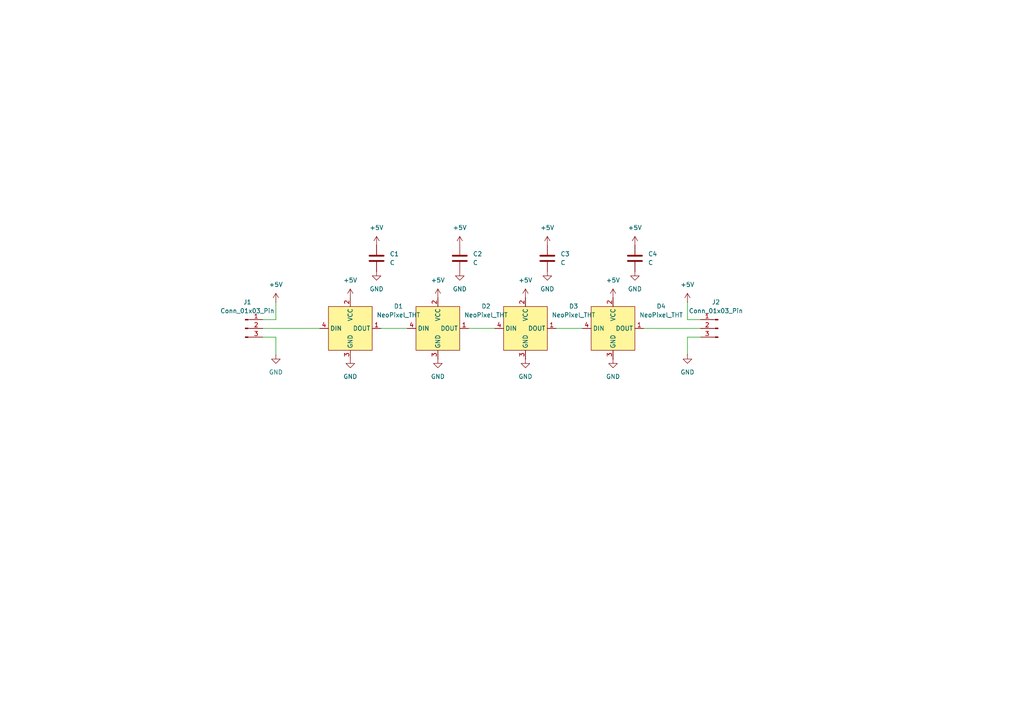
<source format=kicad_sch>
(kicad_sch (version 20250114) (generator "eeschema") (generator_version "9.0")
  (paper "A4")
  (title_block (title "LED Holder for Logic Re-Initialization Panel") (date "2025-12-27") (rev "X0") (company "CMSC") (comment 1 "NF Dec '25"))
  (lib_symbols
    (symbol "Connector:Conn_01x03_Pin" (pin_names (offset 1.016) (hide yes))
      (property "Reference" "J" (at 0 5.08 0))
      (property "Value" "Conn_01x03_Pin" (at 0 -5.08 0))
      (symbol "Conn_01x03_Pin_1_1"
        (rectangle (start 0.8636 2.667) (end 0 2.413) (stroke (width 0.1524)) (fill (type outline)))
        (rectangle (start 0.8636 0.127) (end 0 -0.127) (stroke (width 0.1524)) (fill (type outline)))
        (rectangle (start 0.8636 -2.413) (end 0 -2.667) (stroke (width 0.1524)) (fill (type outline)))
        (polyline (pts (xy 1.27 2.54) (xy 0.8636 2.54)) (stroke (width 0.1524)))
        (polyline (pts (xy 1.27 0) (xy 0.8636 0)) (stroke (width 0.1524)))
        (polyline (pts (xy 1.27 -2.54) (xy 0.8636 -2.54)) (stroke (width 0.1524)))
        (pin passive line (at 5.08 2.54 180) (length 3.81) (name "Pin_1") (number "1"))
        (pin passive line (at 5.08 0 180) (length 3.81) (name "Pin_2") (number "2"))
        (pin passive line (at 5.08 -2.54 180) (length 3.81) (name "Pin_3") (number "3"))
      )
    )
    (symbol "Device:C" (pin_numbers (hide yes)) (pin_names (offset 0.254))
      (property "Reference" "C" (at 0.635 2.54 0))
      (property "Value" "C" (at 0.635 -2.54 0))
      (symbol "C_0_1"
        (polyline (pts (xy -2.032 0.762) (xy 2.032 0.762)) (stroke (width 0.508)))
        (polyline (pts (xy -2.032 -0.762) (xy 2.032 -0.762)) (stroke (width 0.508)))
      )
      (symbol "C_1_1"
        (pin passive line (at 0 3.81 270) (length 2.794) (name "~") (number "1"))
        (pin passive line (at 0 -3.81 90) (length 2.794) (name "~") (number "2"))
      )
    )
    (symbol "Neopixels:Neopixel"
      (property "Reference" "D" (at -5.842 7.366 0))
      (symbol "Neopixel_0_1"
        (rectangle (start -6.35 6.35) (end 6.35 -6.35) (fill (type color) (color 255 237 78 0.56)))
      )
      (symbol "Neopixel_1_1"
        (pin input line (at -8.89 0 0) (length 2.54) (name "DIN") (number "4"))
        (pin power_in line (at 0 8.89 270) (length 2.54) (name "VCC") (number "2"))
        (pin power_in line (at 0 -8.89 90) (length 2.54) (name "GND") (number "3"))
        (pin output line (at 8.89 0 180) (length 2.54) (name "DOUT") (number "1"))
      )
    )
    (symbol "power:+5V" (power) (pin_numbers (hide yes)) (pin_names (offset 0) (hide yes))
      (property "Value" "+5V" (at 0 3.556 0))
      (symbol "+5V_0_1"
        (polyline (pts (xy -0.762 1.27) (xy 0 2.54)))
        (polyline (pts (xy 0 2.54) (xy 0.762 1.27)))
        (polyline (pts (xy 0 0) (xy 0 2.54)))
      )
      (symbol "+5V_1_1"
        (pin power_in line (at 0 0 90) (length 0) (name "~") (number "1"))
      )
    )
    (symbol "power:GND" (power) (pin_numbers (hide yes)) (pin_names (offset 0) (hide yes))
      (property "Value" "GND" (at 0 -3.81 0))
      (symbol "GND_0_1"
        (polyline (pts (xy 0 0) (xy 0 -1.27) (xy 1.27 -1.27) (xy 0 -2.54) (xy -1.27 -1.27) (xy 0 -1.27)))
      )
      (symbol "GND_1_1"
        (pin power_in line (at 0 0 270) (length 0) (name "~") (number "1"))
      )
    )
  )
  (wire (pts (xy 199.39 87.63) (xy 199.39 92.71)))
  (wire (pts (xy 76.2 92.71) (xy 80.01 92.71)))
  (wire (pts (xy 110.49 95.25) (xy 118.11 95.25)))
  (wire (pts (xy 80.01 87.63) (xy 80.01 92.71)))
  (wire (pts (xy 199.39 97.79) (xy 203.2 97.79)))
  (wire (pts (xy 76.2 95.25) (xy 92.71 95.25)))
  (wire (pts (xy 161.29 95.25) (xy 168.91 95.25)))
  (wire (pts (xy 186.69 95.25) (xy 203.2 95.25)))
  (wire (pts (xy 80.01 102.87) (xy 80.01 97.79)))
  (wire (pts (xy 199.39 102.87) (xy 199.39 97.79)))
  (wire (pts (xy 135.89 95.25) (xy 143.51 95.25)))
  (wire (pts (xy 203.2 92.71) (xy 199.39 92.71)))
  (wire (pts (xy 80.01 97.79) (xy 76.2 97.79)))
  (symbol (lib_id "power:GND") (at 152.4 104.14 0) (unit 1)
    (property "Reference" "#PWR07" (effects (hide yes)))
    (property "Value" "GND" (at 152.4 109.22 0))
    (property "Description" "Power symbol creates a global label with name \"GND\" , ground" (effects (hide yes)))
  )
  (symbol (lib_id "power:GND") (at 133.35 78.74 0) (unit 1)
    (property "Reference" "#PWR016" (effects (hide yes)))
    (property "Value" "GND" (at 133.35 83.82 0))
    (property "Description" "Power symbol creates a global label with name \"GND\" , ground" (effects (hide yes)))
  )
  (symbol (lib_id "power:+5V") (at 109.22 71.12 0) (unit 1)
    (property "Reference" "#PWR014" (effects (hide yes)))
    (property "Value" "+5V" (at 109.22 66.04 0))
    (property "Description" "Power symbol creates a global label with name \"+5V\"" (effects (hide yes)))
  )
  (symbol (lib_id "Neopixels:Neopixel") (at 177.8 95.25 0) (unit 1)
    (property "Reference" "D4" (at 191.77 88.8298 0))
    (property "Value" "NeoPixel_THT" (at 191.77 91.3698 0))
    (property "Footprint" "LED_THT:LED_D5.0mm-4_RGB_Staggered_Pins" (effects (hide yes)))
    (property "Datasheet" "https://www.adafruit.com/product/1938" (effects (hide yes)))
    (property "Description" "RGB LED with integrated controller, 5mm/8mm LED package" (effects (hide yes)))
  )
  (symbol (lib_id "power:GND") (at 109.22 78.74 0) (unit 1)
    (property "Reference" "#PWR013" (effects (hide yes)))
    (property "Value" "GND" (at 109.22 83.82 0))
    (property "Description" "Power symbol creates a global label with name \"GND\" , ground" (effects (hide yes)))
  )
  (symbol (lib_id "Device:C") (at 109.22 74.93 0) (unit 1)
    (property "Reference" "C1" (at 113.03 73.6599 0) (effects (justify left)))
    (property "Value" "C" (at 113.03 76.1999 0) (effects (justify left)))
    (property "Footprint" "Capacitor_THT:C_Disc_D3.0mm_W1.6mm_P2.50mm" (effects (hide yes)))
    (property "Description" "Unpolarized capacitor" (effects (hide yes)))
  )
  (symbol (lib_id "Connector:Conn_01x03_Pin") (at 208.28 95.25 0) (mirror y) (unit 1)
    (property "Reference" "J2" (at 207.645 87.63 0))
    (property "Value" "Conn_01x03_Pin" (at 207.645 90.17 0))
    (property "Footprint" "Connector_JST:JST_XH_B3B-XH-AM_1x03_P2.50mm_Vertical" (effects (hide yes)))
    (property "Description" "Generic connector, single row, 01x03, script generated" (effects (hide yes)))
  )
  (symbol (lib_id "power:+5V") (at 101.6 86.36 0) (unit 1)
    (property "Reference" "#PWR01" (effects (hide yes)))
    (property "Value" "+5V" (at 101.6 81.28 0))
    (property "Description" "Power symbol creates a global label with name \"+5V\"" (effects (hide yes)))
  )
  (symbol (lib_id "power:GND") (at 158.75 78.74 0) (unit 1)
    (property "Reference" "#PWR018" (effects (hide yes)))
    (property "Value" "GND" (at 158.75 83.82 0))
    (property "Description" "Power symbol creates a global label with name \"GND\" , ground" (effects (hide yes)))
  )
  (symbol (lib_id "power:+5V") (at 158.75 71.12 0) (unit 1)
    (property "Reference" "#PWR017" (effects (hide yes)))
    (property "Value" "+5V" (at 158.75 66.04 0))
    (property "Description" "Power symbol creates a global label with name \"+5V\"" (effects (hide yes)))
  )
  (symbol (lib_id "power:GND") (at 177.8 104.14 0) (unit 1)
    (property "Reference" "#PWR08" (effects (hide yes)))
    (property "Value" "GND" (at 177.8 109.22 0))
    (property "Description" "Power symbol creates a global label with name \"GND\" , ground" (effects (hide yes)))
  )
  (symbol (lib_id "Neopixels:Neopixel") (at 127 95.25 0) (unit 1)
    (property "Reference" "D2" (at 140.97 88.8298 0))
    (property "Value" "NeoPixel_THT" (at 140.97 91.3698 0))
    (property "Footprint" "LED_THT:LED_D5.0mm-4_RGB_Staggered_Pins" (effects (hide yes)))
    (property "Datasheet" "https://www.adafruit.com/product/1938" (effects (hide yes)))
    (property "Description" "RGB LED with integrated controller, 5mm/8mm LED package" (effects (hide yes)))
  )
  (symbol (lib_id "Device:C") (at 133.35 74.93 0) (unit 1)
    (property "Reference" "C2" (at 137.16 73.6599 0) (effects (justify left)))
    (property "Value" "C" (at 137.16 76.1999 0) (effects (justify left)))
    (property "Footprint" "Capacitor_THT:C_Disc_D3.0mm_W1.6mm_P2.50mm" (effects (hide yes)))
    (property "Description" "Unpolarized capacitor" (effects (hide yes)))
  )
  (symbol (lib_id "power:+5V") (at 152.4 86.36 0) (unit 1)
    (property "Reference" "#PWR03" (effects (hide yes)))
    (property "Value" "+5V" (at 152.4 81.28 0))
    (property "Description" "Power symbol creates a global label with name \"+5V\"" (effects (hide yes)))
  )
  (symbol (lib_id "power:GND") (at 184.15 78.74 0) (unit 1)
    (property "Reference" "#PWR020" (effects (hide yes)))
    (property "Value" "GND" (at 184.15 83.82 0))
    (property "Description" "Power symbol creates a global label with name \"GND\" , ground" (effects (hide yes)))
  )
  (symbol (lib_id "power:+5V") (at 127 86.36 0) (unit 1)
    (property "Reference" "#PWR02" (effects (hide yes)))
    (property "Value" "+5V" (at 127 81.28 0))
    (property "Description" "Power symbol creates a global label with name \"+5V\"" (effects (hide yes)))
  )
  (symbol (lib_id "power:+5V") (at 133.35 71.12 0) (unit 1)
    (property "Reference" "#PWR015" (effects (hide yes)))
    (property "Value" "+5V" (at 133.35 66.04 0))
    (property "Description" "Power symbol creates a global label with name \"+5V\"" (effects (hide yes)))
  )
  (symbol (lib_id "power:+5V") (at 80.01 87.63 0) (unit 1)
    (property "Reference" "#PWR09" (effects (hide yes)))
    (property "Value" "+5V" (at 80.01 82.55 0))
    (property "Description" "Power symbol creates a global label with name \"+5V\"" (effects (hide yes)))
  )
  (symbol (lib_id "power:+5V") (at 184.15 71.12 0) (unit 1)
    (property "Reference" "#PWR019" (effects (hide yes)))
    (property "Value" "+5V" (at 184.15 66.04 0))
    (property "Description" "Power symbol creates a global label with name \"+5V\"" (effects (hide yes)))
  )
  (symbol (lib_id "Device:C") (at 184.15 74.93 0) (unit 1)
    (property "Reference" "C4" (at 187.96 73.6599 0) (effects (justify left)))
    (property "Value" "C" (at 187.96 76.1999 0) (effects (justify left)))
    (property "Footprint" "Capacitor_THT:C_Disc_D3.0mm_W1.6mm_P2.50mm" (effects (hide yes)))
    (property "Description" "Unpolarized capacitor" (effects (hide yes)))
  )
  (symbol (lib_id "power:GND") (at 127 104.14 0) (unit 1)
    (property "Reference" "#PWR06" (effects (hide yes)))
    (property "Value" "GND" (at 127 109.22 0))
    (property "Description" "Power symbol creates a global label with name \"GND\" , ground" (effects (hide yes)))
  )
  (symbol (lib_id "Neopixels:Neopixel") (at 101.6 95.25 0) (unit 1)
    (property "Reference" "D1" (at 115.57 88.8298 0))
    (property "Value" "NeoPixel_THT" (at 115.57 91.3698 0))
    (property "Footprint" "LED_THT:LED_D5.0mm-4_RGB_Staggered_Pins" (effects (hide yes)))
    (property "Datasheet" "https://www.adafruit.com/product/1938" (effects (hide yes)))
    (property "Description" "RGB LED with integrated controller, 5mm/8mm LED package" (effects (hide yes)))
  )
  (symbol (lib_id "Device:C") (at 158.75 74.93 0) (unit 1)
    (property "Reference" "C3" (at 162.56 73.6599 0) (effects (justify left)))
    (property "Value" "C" (at 162.56 76.1999 0) (effects (justify left)))
    (property "Footprint" "Capacitor_THT:C_Disc_D3.0mm_W1.6mm_P2.50mm" (effects (hide yes)))
    (property "Description" "Unpolarized capacitor" (effects (hide yes)))
  )
  (symbol (lib_id "Neopixels:Neopixel") (at 152.4 95.25 0) (unit 1)
    (property "Reference" "D3" (at 166.37 88.8298 0))
    (property "Value" "NeoPixel_THT" (at 166.37 91.3698 0))
    (property "Footprint" "LED_THT:LED_D5.0mm-4_RGB_Staggered_Pins" (effects (hide yes)))
    (property "Datasheet" "https://www.adafruit.com/product/1938" (effects (hide yes)))
    (property "Description" "RGB LED with integrated controller, 5mm/8mm LED package" (effects (hide yes)))
  )
  (symbol (lib_id "Connector:Conn_01x03_Pin") (at 71.12 95.25 0) (unit 1)
    (property "Reference" "J1" (at 71.755 87.63 0))
    (property "Value" "Conn_01x03_Pin" (at 71.755 90.17 0))
    (property "Footprint" "Connector_JST:JST_XH_B3B-XH-AM_1x03_P2.50mm_Vertical" (effects (hide yes)))
    (property "Description" "Generic connector, single row, 01x03, script generated" (effects (hide yes)))
  )
  (symbol (lib_id "power:GND") (at 199.39 102.87 0) (mirror y) (unit 1)
    (property "Reference" "#PWR012" (effects (hide yes)))
    (property "Value" "GND" (at 199.39 107.95 0))
    (property "Description" "Power symbol creates a global label with name \"GND\" , ground" (effects (hide yes)))
  )
  (symbol (lib_id "power:+5V") (at 199.39 87.63 0) (mirror y) (unit 1)
    (property "Reference" "#PWR011" (effects (hide yes)))
    (property "Value" "+5V" (at 199.39 82.55 0))
    (property "Description" "Power symbol creates a global label with name \"+5V\"" (effects (hide yes)))
  )
  (symbol (lib_id "power:GND") (at 80.01 102.87 0) (unit 1)
    (property "Reference" "#PWR010" (effects (hide yes)))
    (property "Value" "GND" (at 80.01 107.95 0))
    (property "Description" "Power symbol creates a global label with name \"GND\" , ground" (effects (hide yes)))
  )
  (symbol (lib_id "power:GND") (at 101.6 104.14 0) (unit 1)
    (property "Reference" "#PWR05" (effects (hide yes)))
    (property "Value" "GND" (at 101.6 109.22 0))
    (property "Description" "Power symbol creates a global label with name \"GND\" , ground" (effects (hide yes)))
  )
  (symbol (lib_id "power:+5V") (at 177.8 86.36 0) (unit 1)
    (property "Reference" "#PWR04" (effects (hide yes)))
    (property "Value" "+5V" (at 177.8 81.28 0))
    (property "Description" "Power symbol creates a global label with name \"+5V\"" (effects (hide yes)))
  )
)
</source>
